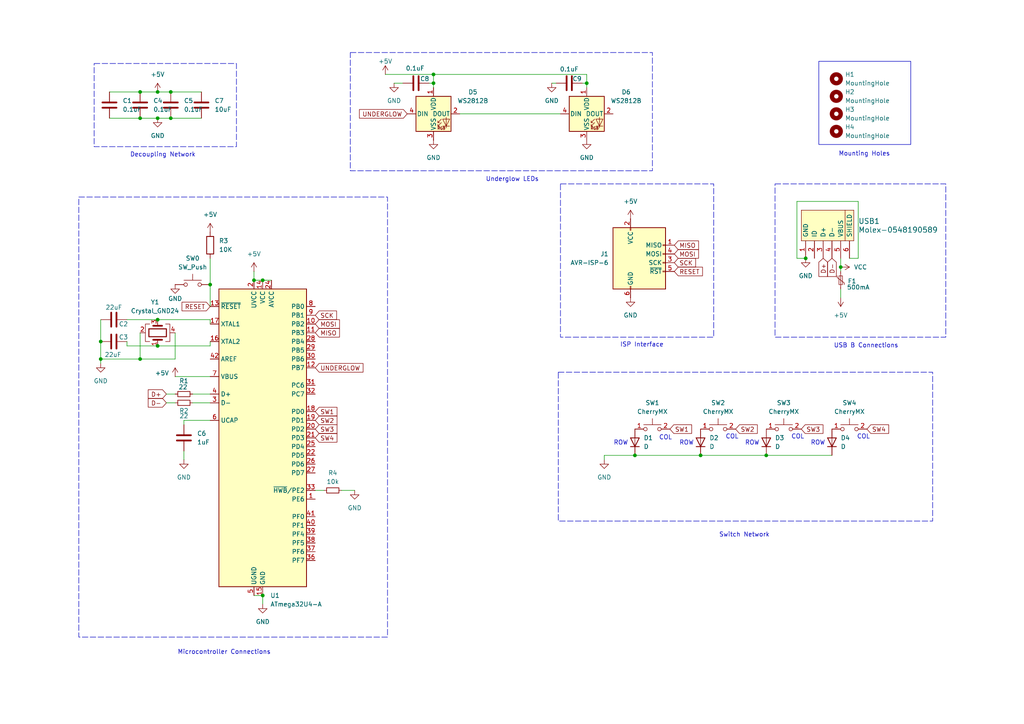
<source format=kicad_sch>
(kicad_sch (version 20231120) (generator "eeschema") (generator_version "8.0")
  (paper "A4")
  (lib_symbols
    (symbol "CherryMX:CherryMX" (pin_names (offset 0.254))
      (property "Reference" "SW" (at 2.54 3.175 0))
      (property "Value" "CherryMX" (at 0 -1.905 0))
      (symbol "CherryMX_1_1"
        (circle (center -2.032 0) (radius 0.508))
        (polyline (pts (xy 0 1.27) (xy 0 3.048)))
        (polyline (pts (xy 2.54 1.27) (xy -2.54 1.27)))
        (circle (center 2.032 0) (radius 0.508))
        (pin passive line (at -5.08 0 0) (length 2.54) (name "~") (number "1"))
        (pin passive line (at 5.08 0 180) (length 2.54) (name "~") (number "2"))
      )
    )
    (symbol "Connector:AVR-ISP-6" (pin_names (offset 1.016))
      (property "Reference" "J" (at -6.35 11.43 0))
      (property "Value" "AVR-ISP-6" (at 0 11.43 0))
      (symbol "AVR-ISP-6_0_1"
        (rectangle (start -2.667 -6.858) (end -2.413 -7.62))
        (rectangle (start -2.667 10.16) (end -2.413 9.398))
        (rectangle (start 7.62 -2.413) (end 6.858 -2.667))
        (rectangle (start 7.62 0.127) (end 6.858 -0.127))
        (rectangle (start 7.62 2.667) (end 6.858 2.413))
        (rectangle (start 7.62 5.207) (end 6.858 4.953))
        (rectangle (start 7.62 10.16) (end -7.62 -7.62) (stroke (width 0.254)) (fill (type background)))
      )
      (symbol "AVR-ISP-6_1_1"
        (pin passive line (at 10.16 5.08 180) (length 2.54) (name "MISO") (number "1"))
        (pin passive line (at -2.54 12.7 270) (length 2.54) (name "VCC") (number "2"))
        (pin passive line (at 10.16 0 180) (length 2.54) (name "SCK") (number "3"))
        (pin passive line (at 10.16 2.54 180) (length 2.54) (name "MOSI") (number "4"))
        (pin passive line (at 10.16 -2.54 180) (length 2.54) (name "~{RST}") (number "5"))
        (pin passive line (at -2.54 -10.16 90) (length 2.54) (name "GND") (number "6"))
      )
    )
    (symbol "Device:C" (pin_numbers hide) (pin_names (offset 0.254))
      (property "Reference" "C" (at 0.635 2.54 0))
      (property "Value" "C" (at 0.635 -2.54 0))
      (symbol "C_0_1"
        (polyline (pts (xy -2.032 -0.762) (xy 2.032 -0.762)) (stroke (width 0.508)))
        (polyline (pts (xy -2.032 0.762) (xy 2.032 0.762)) (stroke (width 0.508)))
      )
      (symbol "C_1_1"
        (pin passive line (at 0 3.81 270) (length 2.794) (name "~") (number "1"))
        (pin passive line (at 0 -3.81 90) (length 2.794) (name "~") (number "2"))
      )
    )
    (symbol "Device:Crystal_GND24" (pin_names (offset 1.016) hide)
      (property "Reference" "Y" (at 3.175 5.08 0))
      (property "Value" "Crystal_GND24" (at 3.175 3.175 0))
      (symbol "Crystal_GND24_0_1"
        (rectangle (start -1.143 2.54) (end 1.143 -2.54) (stroke (width 0.3048)))
        (polyline (pts (xy -2.54 0) (xy -2.032 0)))
        (polyline (pts (xy -2.032 -1.27) (xy -2.032 1.27)) (stroke (width 0.508)))
        (polyline (pts (xy 0 -3.81) (xy 0 -3.556)))
        (polyline (pts (xy 0 3.556) (xy 0 3.81)))
        (polyline (pts (xy 2.032 -1.27) (xy 2.032 1.27)) (stroke (width 0.508)))
        (polyline (pts (xy 2.032 0) (xy 2.54 0)))
        (polyline (pts (xy -2.54 -2.286) (xy -2.54 -3.556) (xy 2.54 -3.556) (xy 2.54 -2.286)))
        (polyline (pts (xy -2.54 2.286) (xy -2.54 3.556) (xy 2.54 3.556) (xy 2.54 2.286)))
      )
      (symbol "Crystal_GND24_1_1"
        (pin passive line (at -3.81 0 0) (length 1.27) (name "1") (number "1"))
        (pin passive line (at 0 5.08 270) (length 1.27) (name "2") (number "2"))
        (pin passive line (at 3.81 0 180) (length 1.27) (name "3") (number "3"))
        (pin passive line (at 0 -5.08 90) (length 1.27) (name "4") (number "4"))
      )
    )
    (symbol "Device:D" (pin_numbers hide) (pin_names (offset 1.016) hide)
      (property "Reference" "D" (at 0 2.54 0))
      (property "Value" "D" (at 0 -2.54 0))
      (symbol "D_0_1"
        (polyline (pts (xy -1.27 1.27) (xy -1.27 -1.27)) (stroke (width 0.254)))
        (polyline (pts (xy 1.27 0) (xy -1.27 0)))
        (polyline (pts (xy 1.27 1.27) (xy 1.27 -1.27) (xy -1.27 0) (xy 1.27 1.27)) (stroke (width 0.254)))
      )
      (symbol "D_1_1"
        (pin passive line (at -3.81 0 0) (length 2.54) (name "K") (number "1"))
        (pin passive line (at 3.81 0 180) (length 2.54) (name "A") (number "2"))
      )
    )
    (symbol "Device:Polyfuse_Small" (pin_numbers hide) (pin_names (offset 0))
      (property "Reference" "F" (at -1.905 0 90))
      (property "Value" "Polyfuse_Small" (at 1.905 0 90))
      (symbol "Polyfuse_Small_0_1"
        (rectangle (start -0.508 1.27) (end 0.508 -1.27))
        (polyline (pts (xy 0 2.54) (xy 0 -2.54)))
        (polyline (pts (xy -1.016 1.27) (xy -1.016 0.762) (xy 1.016 -0.762) (xy 1.016 -1.27)))
      )
      (symbol "Polyfuse_Small_1_1"
        (pin passive line (at 0 2.54 270) (length 0.635) (name "~") (number "1"))
        (pin passive line (at 0 -2.54 90) (length 0.635) (name "~") (number "2"))
      )
    )
    (symbol "Device:R" (pin_numbers hide) (pin_names (offset 0))
      (property "Reference" "R" (at 2.032 0 90))
      (property "Value" "R" (at 0 0 90))
      (symbol "R_0_1"
        (rectangle (start -1.016 -2.54) (end 1.016 2.54) (stroke (width 0.254)))
      )
      (symbol "R_1_1"
        (pin passive line (at 0 3.81 270) (length 1.27) (name "~") (number "1"))
        (pin passive line (at 0 -3.81 90) (length 1.27) (name "~") (number "2"))
      )
    )
    (symbol "Device:R_Small" (pin_numbers hide) (pin_names (offset 0.254) hide)
      (property "Reference" "R" (at 0.762 0.508 0))
      (property "Value" "R_Small" (at 0.762 -1.016 0))
      (symbol "R_Small_0_1"
        (rectangle (start -0.762 1.778) (end 0.762 -1.778) (stroke (width 0.2032)))
      )
      (symbol "R_Small_1_1"
        (pin passive line (at 0 2.54 270) (length 0.762) (name "~") (number "1"))
        (pin passive line (at 0 -2.54 90) (length 0.762) (name "~") (number "2"))
      )
    )
    (symbol "LED:WS2812B" (pin_names (offset 0.254))
      (property "Reference" "D" (at 5.08 5.715 0))
      (property "Value" "WS2812B" (at 1.27 -5.715 0))
      (symbol "WS2812B_0_0"
        (text "RGB" (at 2.286 -4.191 0) (effects (font (size 0.762 0.762))))
      )
      (symbol "WS2812B_0_1"
        (polyline (pts (xy 1.27 -3.556) (xy 1.778 -3.556)))
        (polyline (pts (xy 1.27 -2.54) (xy 1.778 -2.54)))
        (polyline (pts (xy 4.699 -3.556) (xy 2.667 -3.556)))
        (polyline (pts (xy 2.286 -2.54) (xy 1.27 -3.556) (xy 1.27 -3.048)))
        (polyline (pts (xy 2.286 -1.524) (xy 1.27 -2.54) (xy 1.27 -2.032)))
        (polyline (pts (xy 3.683 -1.016) (xy 3.683 -3.556) (xy 3.683 -4.064)))
        (polyline (pts (xy 4.699 -1.524) (xy 2.667 -1.524) (xy 3.683 -3.556) (xy 4.699 -1.524)))
        (rectangle (start 5.08 5.08) (end -5.08 -5.08) (stroke (width 0.254)) (fill (type background)))
      )
      (symbol "WS2812B_1_1"
        (pin power_in line (at 0 7.62 270) (length 2.54) (name "VDD") (number "1"))
        (pin output line (at 7.62 0 180) (length 2.54) (name "DOUT") (number "2"))
        (pin power_in line (at 0 -7.62 90) (length 2.54) (name "VSS") (number "3"))
        (pin input line (at -7.62 0 0) (length 2.54) (name "DIN") (number "4"))
      )
    )
    (symbol "MCU_Microchip_ATmega:ATmega32U4-A"
      (property "Reference" "U" (at -12.7 44.45 0))
      (property "Value" "ATmega32U4-A" (at 2.54 -44.45 0))
      (symbol "ATmega32U4-A_0_1"
        (rectangle (start -12.7 -43.18) (end 12.7 43.18) (stroke (width 0.254)) (fill (type background)))
      )
      (symbol "ATmega32U4-A_1_1"
        (pin bidirectional line (at 15.24 -17.78 180) (length 2.54) (name "PE6") (number "1"))
        (pin bidirectional line (at 15.24 33.02 180) (length 2.54) (name "PB2") (number "10"))
        (pin bidirectional line (at 15.24 30.48 180) (length 2.54) (name "PB3") (number "11"))
        (pin bidirectional line (at 15.24 20.32 180) (length 2.54) (name "PB7") (number "12"))
        (pin input line (at -15.24 38.1 0) (length 2.54) (name "~{RESET}") (number "13"))
        (pin power_in line (at 0 45.72 270) (length 2.54) (name "VCC") (number "14"))
        (pin power_in line (at 0 -45.72 90) (length 2.54) (name "GND") (number "15"))
        (pin output line (at -15.24 27.94 0) (length 2.54) (name "XTAL2") (number "16"))
        (pin input line (at -15.24 33.02 0) (length 2.54) (name "XTAL1") (number "17"))
        (pin bidirectional line (at 15.24 7.62 180) (length 2.54) (name "PD0") (number "18"))
        (pin bidirectional line (at 15.24 5.08 180) (length 2.54) (name "PD1") (number "19"))
        (pin power_in line (at -2.54 45.72 270) (length 2.54) (name "UVCC") (number "2"))
        (pin bidirectional line (at 15.24 2.54 180) (length 2.54) (name "PD2") (number "20"))
        (pin bidirectional line (at 15.24 0 180) (length 2.54) (name "PD3") (number "21"))
        (pin bidirectional line (at 15.24 -5.08 180) (length 2.54) (name "PD5") (number "22"))
        (pin passive line (at 0 -45.72 90) (length 2.54) hide (name "GND") (number "23"))
        (pin power_in line (at 2.54 45.72 270) (length 2.54) (name "AVCC") (number "24"))
        (pin bidirectional line (at 15.24 -2.54 180) (length 2.54) (name "PD4") (number "25"))
        (pin bidirectional line (at 15.24 -7.62 180) (length 2.54) (name "PD6") (number "26"))
        (pin bidirectional line (at 15.24 -10.16 180) (length 2.54) (name "PD7") (number "27"))
        (pin bidirectional line (at 15.24 27.94 180) (length 2.54) (name "PB4") (number "28"))
        (pin bidirectional line (at 15.24 25.4 180) (length 2.54) (name "PB5") (number "29"))
        (pin bidirectional line (at -15.24 10.16 0) (length 2.54) (name "D-") (number "3"))
        (pin bidirectional line (at 15.24 22.86 180) (length 2.54) (name "PB6") (number "30"))
        (pin bidirectional line (at 15.24 15.24 180) (length 2.54) (name "PC6") (number "31"))
        (pin bidirectional line (at 15.24 12.7 180) (length 2.54) (name "PC7") (number "32"))
        (pin bidirectional line (at 15.24 -15.24 180) (length 2.54) (name "~{HWB}/PE2") (number "33"))
        (pin passive line (at 0 45.72 270) (length 2.54) hide (name "VCC") (number "34"))
        (pin passive line (at 0 -45.72 90) (length 2.54) hide (name "GND") (number "35"))
        (pin bidirectional line (at 15.24 -35.56 180) (length 2.54) (name "PF7") (number "36"))
        (pin bidirectional line (at 15.24 -33.02 180) (length 2.54) (name "PF6") (number "37"))
        (pin bidirectional line (at 15.24 -30.48 180) (length 2.54) (name "PF5") (number "38"))
        (pin bidirectional line (at 15.24 -27.94 180) (length 2.54) (name "PF4") (number "39"))
        (pin bidirectional line (at -15.24 12.7 0) (length 2.54) (name "D+") (number "4"))
        (pin bidirectional line (at 15.24 -25.4 180) (length 2.54) (name "PF1") (number "40"))
        (pin bidirectional line (at 15.24 -22.86 180) (length 2.54) (name "PF0") (number "41"))
        (pin passive line (at -15.24 22.86 0) (length 2.54) (name "AREF") (number "42"))
        (pin passive line (at 0 -45.72 90) (length 2.54) hide (name "GND") (number "43"))
        (pin passive line (at 2.54 45.72 270) (length 2.54) hide (name "AVCC") (number "44"))
        (pin passive line (at -2.54 -45.72 90) (length 2.54) (name "UGND") (number "5"))
        (pin passive line (at -15.24 5.08 0) (length 2.54) (name "UCAP") (number "6"))
        (pin input line (at -15.24 17.78 0) (length 2.54) (name "VBUS") (number "7"))
        (pin bidirectional line (at 15.24 38.1 180) (length 2.54) (name "PB0") (number "8"))
        (pin bidirectional line (at 15.24 35.56 180) (length 2.54) (name "PB1") (number "9"))
      )
    )
    (symbol "Mechanical:MountingHole" (pin_names (offset 1.016)) (exclude_from_sim yes) (in_bom no)
      (property "Reference" "H" (at 0 5.08 0))
      (property "Value" "MountingHole" (at 0 3.175 0))
      (symbol "MountingHole_0_1"
        (circle (center 0 0) (radius 1.27) (stroke (width 1.27)))
      )
    )
    (symbol "Switch:SW_Push" (pin_numbers hide) (pin_names (offset 1.016) hide)
      (property "Reference" "SW" (at 1.27 2.54 0))
      (property "Value" "SW_Push" (at 0 -1.524 0))
      (symbol "SW_Push_0_1"
        (circle (center -2.032 0) (radius 0.508))
        (polyline (pts (xy 0 1.27) (xy 0 3.048)))
        (polyline (pts (xy 2.54 1.27) (xy -2.54 1.27)))
        (circle (center 2.032 0) (radius 0.508))
        (pin passive line (at -5.08 0 0) (length 2.54) (name "1") (number "1"))
        (pin passive line (at 5.08 0 180) (length 2.54) (name "2") (number "2"))
      )
    )
    (symbol "power:+5V" (power) (pin_numbers hide) (pin_names (offset 0) hide)
      (property "Value" "+5V" (at 0 3.556 0))
      (symbol "+5V_0_1"
        (polyline (pts (xy -0.762 1.27) (xy 0 2.54)))
        (polyline (pts (xy 0 0) (xy 0 2.54)))
        (polyline (pts (xy 0 2.54) (xy 0.762 1.27)))
      )
      (symbol "+5V_1_1"
        (pin power_in line (at 0 0 90) (length 0) (name "~") (number "1"))
      )
    )
    (symbol "power:GND" (power) (pin_numbers hide) (pin_names (offset 0) hide)
      (property "Value" "GND" (at 0 -3.81 0))
      (symbol "GND_0_1"
        (polyline (pts (xy 0 0) (xy 0 -1.27) (xy 1.27 -1.27) (xy 0 -2.54) (xy -1.27 -1.27) (xy 0 -1.27)))
      )
      (symbol "GND_1_1"
        (pin power_in line (at 0 0 270) (length 0) (name "~") (number "1"))
      )
    )
    (symbol "power:VCC" (power) (pin_numbers hide) (pin_names (offset 0) hide)
      (property "Value" "VCC" (at 0 3.556 0))
      (symbol "VCC_0_1"
        (polyline (pts (xy -0.762 1.27) (xy 0 2.54)))
        (polyline (pts (xy 0 0) (xy 0 2.54)))
        (polyline (pts (xy 0 2.54) (xy 0.762 1.27)))
      )
      (symbol "VCC_1_1"
        (pin power_in line (at 0 0 90) (length 0) (name "~") (number "1"))
      )
    )
    (symbol "random-keyboard-parts:Molex-0548190589" (pin_names (offset 1.016))
      (property "Reference" "USB" (at 0 7.62 0))
      (property "Value" "Molex-0548190589" (at 0 10.16 0))
      (symbol "Molex-0548190589_0_0"
        (polyline (pts (xy 6.35 -2.54) (xy 6.35 6.35)))
        (rectangle (start 8.89 -2.54) (end -6.35 6.35) (fill (type background)))
      )
      (symbol "Molex-0548190589_1_1"
        (pin input line (at -5.08 -7.62 90) (length 5.08) (name "GND") (number "1"))
        (pin input line (at -2.54 -7.62 90) (length 5.08) (name "ID") (number "2"))
        (pin input line (at 0 -7.62 90) (length 5.08) (name "D+") (number "3"))
        (pin input line (at 2.54 -7.62 90) (length 5.08) (name "D-") (number "4"))
        (pin input line (at 5.08 -7.62 90) (length 5.08) (name "VBUS") (number "5"))
        (pin input line (at 7.62 -7.62 90) (length 5.08) (name "SHIELD") (number "6"))
      )
    )
  )
  (junction (at 45.72 92.71))
  (junction (at 73.66 81.28))
  (junction (at 40.64 104.14))
  (junction (at 203.2 132.08))
  (junction (at 29.21 104.14))
  (junction (at 222.25 132.08))
  (junction (at 125.73 21.59))
  (junction (at 233.68 74.93))
  (junction (at 76.2 81.28))
  (junction (at 184.15 132.08))
  (junction (at 29.21 99.06))
  (junction (at 125.73 24.13))
  (junction (at 243.84 77.47))
  (junction (at 45.72 34.29))
  (junction (at 60.96 82.55))
  (junction (at 45.72 26.67))
  (junction (at 40.64 34.29))
  (junction (at 40.64 26.67))
  (junction (at 49.53 34.29))
  (junction (at 170.18 24.13))
  (junction (at 49.53 26.67))
  (junction (at 45.72 100.33))
  (junction (at 76.2 172.72))
  (wire (pts (xy 29.21 99.06) (xy 29.21 104.14)))
  (wire (pts (xy 36.83 100.33) (xy 36.83 99.06)))
  (wire (pts (xy 114.3 24.13) (xy 116.84 24.13)))
  (wire (pts (xy 243.84 74.93) (xy 243.84 77.47)))
  (wire (pts (xy 99.06 142.24) (xy 102.87 142.24)))
  (wire (pts (xy 60.96 74.93) (xy 60.96 82.55)))
  (wire (pts (xy 243.84 77.47) (xy 243.84 78.74)))
  (wire (pts (xy 222.25 132.08) (xy 241.3 132.08)))
  (wire (pts (xy 49.53 34.29) (xy 58.42 34.29)))
  (wire (pts (xy 60.96 92.71) (xy 60.96 93.98)))
  (wire (pts (xy 40.64 26.67) (xy 45.72 26.67)))
  (wire (pts (xy 29.21 92.71) (xy 29.21 99.06)))
  (wire (pts (xy 55.88 116.84) (xy 60.96 116.84)))
  (wire (pts (xy 53.34 130.81) (xy 53.34 133.35)))
  (wire (pts (xy 203.2 132.08) (xy 222.25 132.08)))
  (wire (pts (xy 248.92 58.42) (xy 231.14 58.42)))
  (wire (pts (xy 48.26 114.3) (xy 50.8 114.3)))
  (wire (pts (xy 45.72 34.29) (xy 49.53 34.29)))
  (wire (pts (xy 76.2 172.72) (xy 76.2 175.26)))
  (wire (pts (xy 246.38 74.93) (xy 248.92 74.93)))
  (wire (pts (xy 40.64 104.14) (xy 29.21 104.14)))
  (wire (pts (xy 48.26 116.84) (xy 50.8 116.84)))
  (wire (pts (xy 53.34 121.92) (xy 60.96 121.92)))
  (wire (pts (xy 170.18 24.13) (xy 170.18 25.4)))
  (wire (pts (xy 60.96 82.55) (xy 60.96 88.9)))
  (wire (pts (xy 231.14 74.93) (xy 233.68 74.93)))
  (wire (pts (xy 50.8 104.14) (xy 40.64 104.14)))
  (wire (pts (xy 31.75 34.29) (xy 40.64 34.29)))
  (wire (pts (xy 133.35 33.02) (xy 162.56 33.02)))
  (wire (pts (xy 31.75 26.67) (xy 40.64 26.67)))
  (wire (pts (xy 243.84 83.82) (xy 243.84 86.36)))
  (wire (pts (xy 45.72 100.33) (xy 36.83 100.33)))
  (wire (pts (xy 231.14 58.42) (xy 231.14 74.93)))
  (wire (pts (xy 175.26 132.08) (xy 184.15 132.08)))
  (wire (pts (xy 45.72 92.71) (xy 60.96 92.71)))
  (wire (pts (xy 50.8 96.52) (xy 50.8 104.14)))
  (wire (pts (xy 170.18 21.59) (xy 170.18 24.13)))
  (wire (pts (xy 53.34 121.92) (xy 53.34 123.19)))
  (wire (pts (xy 40.64 34.29) (xy 45.72 34.29)))
  (wire (pts (xy 125.73 24.13) (xy 125.73 25.4)))
  (wire (pts (xy 160.02 24.13) (xy 161.29 24.13)))
  (wire (pts (xy 125.73 21.59) (xy 170.18 21.59)))
  (wire (pts (xy 45.72 100.33) (xy 60.96 100.33)))
  (wire (pts (xy 125.73 21.59) (xy 125.73 24.13)))
  (wire (pts (xy 124.46 24.13) (xy 125.73 24.13)))
  (wire (pts (xy 60.96 100.33) (xy 60.96 99.06)))
  (wire (pts (xy 45.72 26.67) (xy 49.53 26.67)))
  (wire (pts (xy 55.88 114.3) (xy 60.96 114.3)))
  (wire (pts (xy 73.66 81.28) (xy 76.2 81.28)))
  (wire (pts (xy 184.15 132.08) (xy 203.2 132.08)))
  (wire (pts (xy 40.64 96.52) (xy 40.64 104.14)))
  (wire (pts (xy 168.91 24.13) (xy 170.18 24.13)))
  (wire (pts (xy 60.96 109.22) (xy 50.8 109.22)))
  (wire (pts (xy 248.92 74.93) (xy 248.92 58.42)))
  (wire (pts (xy 73.66 78.74) (xy 73.66 81.28)))
  (wire (pts (xy 111.76 21.59) (xy 125.73 21.59)))
  (wire (pts (xy 76.2 81.28) (xy 78.74 81.28)))
  (wire (pts (xy 29.21 104.14) (xy 29.21 105.41)))
  (wire (pts (xy 73.66 172.72) (xy 76.2 172.72)))
  (wire (pts (xy 49.53 26.67) (xy 58.42 26.67)))
  (wire (pts (xy 91.44 142.24) (xy 93.98 142.24)))
  (wire (pts (xy 175.26 133.35) (xy 175.26 132.08)))
  (wire (pts (xy 36.83 92.71) (xy 45.72 92.71)))
  (rectangle (start 101.6 15.24) (end 189.23 49.53) (stroke (width 0) (type dash)))
  (rectangle (start 161.925 107.95) (end 270.51 151.13) (stroke (width 0) (type dash)))
  (rectangle (start 224.79 53.34) (end 274.32 97.79) (stroke (width 0) (type dash)))
  (rectangle (start 22.86 57.15) (end 112.395 184.785) (stroke (width 0) (type dash)))
  (rectangle (start 27.305 18.415) (end 68.58 42.545) (stroke (width 0) (type dash)))
  (rectangle (start 162.56 53.34) (end 207.01 97.79) (stroke (width 0) (type dash)))
  (rectangle (start 237.49 17.78) (end 264.16 41.91))
  (text "ROW" (at 180.086 128.524 0) (effects (font (size 1.27 1.27))))
  (text "Switch Network\n" (at 215.9 155.194 0) (effects (font (size 1.27 1.27))))
  (text "USB B Connections" (at 251.206 100.33 0) (effects (font (size 1.27 1.27))))
  (text "Microcontroller Connections" (at 65.024 189.23 0) (effects (font (size 1.27 1.27))))
  (text "ROW" (at 199.136 128.524 0) (effects (font (size 1.27 1.27))))
  (text "ISP Interface" (at 186.182 100.076 0) (effects (font (size 1.27 1.27))))
  (text "COL" (at 231.394 126.746 0) (effects (font (size 1.27 1.27))))
  (text "ROW" (at 237.236 128.524 0) (effects (font (size 1.27 1.27))))
  (text "COL" (at 193.04 127 0) (effects (font (size 1.27 1.27))))
  (text "COL" (at 250.444 126.746 0) (effects (font (size 1.27 1.27))))
  (text "ROW" (at 218.186 128.524 0) (effects (font (size 1.27 1.27))))
  (text "Underglow LEDs" (at 148.59 52.07 0) (effects (font (size 1.27 1.27))))
  (text "Mounting Holes" (at 250.698 44.704 0) (effects (font (size 1.27 1.27))))
  (text "Decoupling Network" (at 47.244 44.958 0) (effects (font (size 1.27 1.27))))
  (text "COL" (at 212.344 126.746 0) (effects (font (size 1.27 1.27))))
  (global_label "MISO" (shape input) (at 195.58 71.12 0) (property "Intersheetrefs" "${INTERSHEET_REFS}" (effects (hide yes))))
  (global_label "UNDERGLOW" (shape input) (at 91.44 106.68 0) (property "Intersheetrefs" "${INTERSHEET_REFS}" (effects (hide yes))))
  (global_label "MOSI" (shape input) (at 91.44 93.98 0) (property "Intersheetrefs" "${INTERSHEET_REFS}" (effects (hide yes))))
  (global_label "UNDERGLOW" (shape input) (at 118.11 33.02 180) (property "Intersheetrefs" "${INTERSHEET_REFS}" (effects (hide yes))))
  (global_label "RESET" (shape input) (at 195.58 78.74 0) (property "Intersheetrefs" "${INTERSHEET_REFS}" (effects (hide yes))))
  (global_label "D+" (shape input) (at 48.26 114.3 180) (property "Intersheetrefs" "${INTERSHEET_REFS}" (effects (hide yes))))
  (global_label "SW4" (shape input) (at 91.44 127 0) (property "Intersheetrefs" "${INTERSHEET_REFS}" (effects (hide yes))))
  (global_label "SW2" (shape input) (at 213.36 124.46 0) (property "Intersheetrefs" "${INTERSHEET_REFS}" (effects (hide yes))))
  (global_label "SCK" (shape input) (at 195.58 76.2 0) (property "Intersheetrefs" "${INTERSHEET_REFS}" (effects (hide yes))))
  (global_label "SCK" (shape input) (at 91.44 91.44 0) (property "Intersheetrefs" "${INTERSHEET_REFS}" (effects (hide yes))))
  (global_label "SW3" (shape input) (at 91.44 124.46 0) (property "Intersheetrefs" "${INTERSHEET_REFS}" (effects (hide yes))))
  (global_label "RESET" (shape input) (at 60.96 88.9 180) (property "Intersheetrefs" "${INTERSHEET_REFS}" (effects (hide yes))))
  (global_label "D-" (shape input) (at 241.3 74.93 270) (property "Intersheetrefs" "${INTERSHEET_REFS}" (effects (hide yes))))
  (global_label "SW1" (shape input) (at 91.44 119.38 0) (property "Intersheetrefs" "${INTERSHEET_REFS}" (effects (hide yes))))
  (global_label "D-" (shape input) (at 48.26 116.84 180) (property "Intersheetrefs" "${INTERSHEET_REFS}" (effects (hide yes))))
  (global_label "MOSI" (shape input) (at 195.58 73.66 0) (property "Intersheetrefs" "${INTERSHEET_REFS}" (effects (hide yes))))
  (global_label "MISO" (shape input) (at 91.44 96.52 0) (property "Intersheetrefs" "${INTERSHEET_REFS}" (effects (hide yes))))
  (global_label "D+" (shape input) (at 238.76 74.93 270) (property "Intersheetrefs" "${INTERSHEET_REFS}" (effects (hide yes))))
  (global_label "SW3" (shape input) (at 232.41 124.46 0) (property "Intersheetrefs" "${INTERSHEET_REFS}" (effects (hide yes))))
  (global_label "SW1" (shape input) (at 194.31 124.46 0) (property "Intersheetrefs" "${INTERSHEET_REFS}" (effects (hide yes))))
  (global_label "SW4" (shape input) (at 251.46 124.46 0) (property "Intersheetrefs" "${INTERSHEET_REFS}" (effects (hide yes))))
  (global_label "SW2" (shape input) (at 91.44 121.92 0) (property "Intersheetrefs" "${INTERSHEET_REFS}" (effects (hide yes))))
  (symbol (lib_id "power:+5V") (at 73.66 78.74 0) (unit 1)
    (property "Reference" "#PWR08" (effects (hide yes)))
    (property "Value" "+5V" (at 73.66 73.66 0))
    (property "Description" "Power symbol creates a global label with name \"+5V\"" (effects (hide yes)))
  )
  (symbol (lib_id "power:GND") (at 29.21 105.41 0) (unit 1)
    (property "Reference" "#PWR01" (effects (hide yes)))
    (property "Value" "GND" (at 29.21 110.49 0))
    (property "Description" "Power symbol creates a global label with name \"GND\" , ground" (effects (hide yes)))
  )
  (symbol (lib_id "Device:C") (at 165.1 24.13 270) (unit 1)
    (property "Reference" "C9" (at 167.386 22.86 90))
    (property "Value" "0.1uF" (at 165.1 20.066 90))
    (property "Footprint" "Capacitor_SMD:C_0805_2012Metric" (effects (hide yes)))
    (property "Description" "Unpolarized capacitor" (effects (hide yes)))
  )
  (symbol (lib_id "power:+5V") (at 111.76 21.59 0) (unit 1)
    (property "Reference" "#PWR019" (effects (hide yes)))
    (property "Value" "+5V" (at 111.76 17.78 0))
    (property "Description" "Power symbol creates a global label with name \"+5V\"" (effects (hide yes)))
  )
  (symbol (lib_id "LED:WS2812B") (at 125.73 33.02 0) (unit 1)
    (property "Reference" "D5" (at 137.16 26.7014 0))
    (property "Value" "WS2812B" (at 137.16 29.2414 0))
    (property "Footprint" "LED_SMD:LED_WS2812B_PLCC4_5.0x5.0mm_P3.2mm" (effects (hide yes)))
    (property "Datasheet" "https://cdn-shop.adafruit.com/datasheets/WS2812B.pdf" (effects (hide yes)))
    (property "Description" "RGB LED with integrated controller" (effects (hide yes)))
  )
  (symbol (lib_id "Device:C") (at 53.34 127 0) (unit 1)
    (property "Reference" "C6" (at 57.15 125.7299 0) (effects (justify left)))
    (property "Value" "1uF" (at 57.15 128.2699 0) (effects (justify left)))
    (property "Footprint" "Capacitor_SMD:C_0805_2012Metric" (effects (hide yes)))
    (property "Description" "Unpolarized capacitor" (effects (hide yes)))
  )
  (symbol (lib_id "CherryMX:CherryMX") (at 227.33 124.46 0) (unit 1)
    (property "Reference" "SW3" (at 227.33 116.84 0))
    (property "Value" "CherryMX" (at 227.33 119.38 0))
    (property "Footprint" "Button_Switch_Keyboard:SW_Cherry_MX_1.00u_PCB" (effects (hide yes)))
  )
  (symbol (lib_id "power:+5V") (at 45.72 26.67 0) (unit 1)
    (property "Reference" "#PWR02" (effects (hide yes)))
    (property "Value" "+5V" (at 45.72 21.59 0))
    (property "Description" "Power symbol creates a global label with name \"+5V\"" (effects (hide yes)))
  )
  (symbol (lib_id "power:GND") (at 53.34 133.35 0) (unit 1)
    (property "Reference" "#PWR06" (effects (hide yes)))
    (property "Value" "GND" (at 53.34 138.43 0))
    (property "Description" "Power symbol creates a global label with name \"GND\" , ground" (effects (hide yes)))
  )
  (symbol (lib_id "Device:D") (at 184.15 128.27 90) (unit 1)
    (property "Reference" "D1" (at 186.69 126.9999 90) (effects (justify right)))
    (property "Value" "D" (at 186.69 129.5399 90) (effects (justify right)))
    (property "Footprint" "Diode_SMD:D_0805_2012Metric_Pad1.15x1.40mm_HandSolder" (effects (hide yes)))
    (property "Description" "Diode" (effects (hide yes)))
    (property "Sim.Device" "D" (effects (hide yes)))
    (property "Sim.Pins" "1=K 2=A" (effects (hide yes)))
  )
  (symbol (lib_id "power:GND") (at 160.02 24.13 0) (unit 1)
    (property "Reference" "#PWR021" (effects (hide yes)))
    (property "Value" "GND" (at 160.02 29.21 0))
    (property "Description" "Power symbol creates a global label with name \"GND\" , ground" (effects (hide yes)))
  )
  (symbol (lib_id "Device:Polyfuse_Small") (at 243.84 81.28 0) (unit 1)
    (property "Reference" "F1" (at 245.872 81.534 0) (effects (justify left)))
    (property "Value" "500mA" (at 245.618 83.312 0) (effects (justify left)))
    (property "Footprint" "Fuse:Fuse_1206_3216Metric_Pad1.42x1.75mm_HandSolder" (effects (hide yes)))
    (property "Description" "Resettable fuse, polymeric positive temperature coefficient, small symbol" (effects (hide yes)))
  )
  (symbol (lib_id "power:GND") (at 50.8 82.55 0) (unit 1)
    (property "Reference" "#PWR04" (effects (hide yes)))
    (property "Value" "GND" (at 50.8 86.614 0))
    (property "Description" "Power symbol creates a global label with name \"GND\" , ground" (effects (hide yes)))
  )
  (symbol (lib_id "Device:R_Small") (at 96.52 142.24 90) (unit 1)
    (property "Reference" "R4" (at 96.52 137.16 90))
    (property "Value" "10k" (at 96.52 139.7 90))
    (property "Footprint" "Resistor_SMD:R_0805_2012Metric_Pad1.20x1.40mm_HandSolder" (effects (hide yes)))
    (property "Description" "Resistor, small symbol" (effects (hide yes)))
  )
  (symbol (lib_id "Device:C") (at 33.02 92.71 90) (unit 1)
    (property "Reference" "C2" (at 35.814 93.98 90))
    (property "Value" "22uF" (at 33.02 89.154 90))
    (property "Footprint" "Capacitor_SMD:C_0805_2012Metric" (effects (hide yes)))
    (property "Description" "Unpolarized capacitor" (effects (hide yes)))
  )
  (symbol (lib_id "MCU_Microchip_ATmega:ATmega32U4-A") (at 76.2 127 0) (unit 1)
    (property "Reference" "U1" (at 78.3941 172.72 0) (effects (justify left)))
    (property "Value" "ATmega32U4-A" (at 78.3941 175.26 0) (effects (justify left)))
    (property "Footprint" "Package_QFP:TQFP-44_10x10mm_P0.8mm" (effects (hide yes)))
    (property "Datasheet" "http://ww1.microchip.com/downloads/en/DeviceDoc/Atmel-7766-8-bit-AVR-ATmega16U4-32U4_Datasheet.pdf" (effects (hide yes)))
    (property "Description" "16MHz, 32kB Flash, 2.5kB SRAM, 1kB EEPROM, USB 2.0, TQFP-44" (effects (hide yes)))
  )
  (symbol (lib_id "power:+5V") (at 243.84 86.36 180) (unit 1)
    (property "Reference" "#PWR013" (effects (hide yes)))
    (property "Value" "+5V" (at 243.84 91.44 0))
    (property "Description" "Power symbol creates a global label with name \"+5V\"" (effects (hide yes)))
  )
  (symbol (lib_id "Mechanical:MountingHole") (at 242.57 33.02 0) (unit 1) (exclude_from_sim yes) (in_bom no)
    (property "Reference" "H3" (at 245.11 31.7499 0) (effects (justify left)))
    (property "Value" "MountingHole" (at 245.11 34.2899 0) (effects (justify left)))
    (property "Footprint" "MountingHole:MountingHole_2.1mm" (effects (hide yes)))
    (property "Description" "Mounting Hole without connection" (effects (hide yes)))
  )
  (symbol (lib_id "Device:R") (at 60.96 71.12 0) (unit 1)
    (property "Reference" "R3" (at 63.5 69.8499 0) (effects (justify left)))
    (property "Value" "10K" (at 63.5 72.3899 0) (effects (justify left)))
    (property "Footprint" "Resistor_SMD:R_0805_2012Metric_Pad1.20x1.40mm_HandSolder" (effects (hide yes)))
    (property "Description" "Resistor" (effects (hide yes)))
  )
  (symbol (lib_id "Device:R_Small") (at 53.34 114.3 90) (unit 1)
    (property "Reference" "R1" (at 53.34 110.49 90))
    (property "Value" "22" (at 53.086 112.268 90))
    (property "Footprint" "Resistor_SMD:R_0805_2012Metric_Pad1.20x1.40mm_HandSolder" (effects (hide yes)))
    (property "Description" "Resistor, small symbol" (effects (hide yes)))
  )
  (symbol (lib_id "power:GND") (at 233.68 74.93 0) (unit 1)
    (property "Reference" "#PWR011" (effects (hide yes)))
    (property "Value" "GND" (at 233.68 80.01 0))
    (property "Description" "Power symbol creates a global label with name \"GND\" , ground" (effects (hide yes)))
  )
  (symbol (lib_id "Device:R_Small") (at 53.34 116.84 90) (unit 1)
    (property "Reference" "R2" (at 53.34 119.126 90))
    (property "Value" "22" (at 53.34 120.65 90))
    (property "Footprint" "Resistor_SMD:R_0805_2012Metric_Pad1.20x1.40mm_HandSolder" (effects (hide yes)))
    (property "Description" "Resistor, small symbol" (effects (hide yes)))
  )
  (symbol (lib_id "power:+5V") (at 60.96 67.31 0) (unit 1)
    (property "Reference" "#PWR07" (effects (hide yes)))
    (property "Value" "+5V" (at 60.96 62.23 0))
    (property "Description" "Power symbol creates a global label with name \"+5V\"" (effects (hide yes)))
  )
  (symbol (lib_id "Device:C") (at 58.42 30.48 0) (unit 1)
    (property "Reference" "C7" (at 62.23 29.2099 0) (effects (justify left)))
    (property "Value" "10uF" (at 62.23 31.7499 0) (effects (justify left)))
    (property "Footprint" "Capacitor_SMD:C_0805_2012Metric" (effects (hide yes)))
    (property "Description" "Unpolarized capacitor" (effects (hide yes)))
  )
  (symbol (lib_id "power:GND") (at 102.87 142.24 0) (unit 1)
    (property "Reference" "#PWR010" (effects (hide yes)))
    (property "Value" "GND" (at 102.87 147.32 0))
    (property "Description" "Power symbol creates a global label with name \"GND\" , ground" (effects (hide yes)))
  )
  (symbol (lib_id "CherryMX:CherryMX") (at 246.38 124.46 0) (unit 1)
    (property "Reference" "SW4" (at 246.38 116.84 0))
    (property "Value" "CherryMX" (at 246.38 119.38 0))
    (property "Footprint" "Button_Switch_Keyboard:SW_Cherry_MX_1.00u_PCB" (effects (hide yes)))
  )
  (symbol (lib_id "CherryMX:CherryMX") (at 189.23 124.46 0) (unit 1)
    (property "Reference" "SW1" (at 189.23 116.84 0))
    (property "Value" "CherryMX" (at 189.23 119.38 0))
    (property "Footprint" "Button_Switch_Keyboard:SW_Cherry_MX_1.00u_PCB" (effects (hide yes)))
  )
  (symbol (lib_id "random-keyboard-parts:Molex-0548190589") (at 238.76 67.31 0) (unit 1)
    (property "Reference" "USB1" (at 248.92 64.1349 0) (effects (font (size 1.524 1.524)) (justify left)))
    (property "Value" "Molex-0548190589" (at 248.92 66.6749 0) (effects (font (size 1.524 1.524)) (justify left)))
    (property "Footprint" "Connector_USB:USB_Mini-B_Lumberg_2486_01_Horizontal" (effects (hide yes)))
  )
  (symbol (lib_id "power:+5V") (at 50.8 109.22 0) (unit 1)
    (property "Reference" "#PWR05" (effects (hide yes)))
    (property "Value" "+5V" (at 46.99 108.204 0))
    (property "Description" "Power symbol creates a global label with name \"+5V\"" (effects (hide yes)))
  )
  (symbol (lib_id "Device:C") (at 31.75 30.48 0) (unit 1)
    (property "Reference" "C1" (at 35.56 29.2099 0) (effects (justify left)))
    (property "Value" "0.1uF" (at 35.56 31.7499 0) (effects (justify left)))
    (property "Footprint" "Capacitor_SMD:C_0805_2012Metric" (effects (hide yes)))
    (property "Description" "Unpolarized capacitor" (effects (hide yes)))
  )
  (symbol (lib_id "Mechanical:MountingHole") (at 242.57 38.1 0) (unit 1) (exclude_from_sim yes) (in_bom no)
    (property "Reference" "H4" (at 245.11 36.8299 0) (effects (justify left)))
    (property "Value" "MountingHole" (at 245.11 39.3699 0) (effects (justify left)))
    (property "Footprint" "MountingHole:MountingHole_2.1mm" (effects (hide yes)))
    (property "Description" "Mounting Hole without connection" (effects (hide yes)))
  )
  (symbol (lib_id "power:+5V") (at 182.88 63.5 0) (unit 1)
    (property "Reference" "#PWR014" (effects (hide yes)))
    (property "Value" "+5V" (at 182.88 58.42 0))
    (property "Description" "Power symbol creates a global label with name \"+5V\"" (effects (hide yes)))
  )
  (symbol (lib_id "CherryMX:CherryMX") (at 208.28 124.46 0) (unit 1)
    (property "Reference" "SW2" (at 208.28 116.84 0))
    (property "Value" "CherryMX" (at 208.28 119.38 0))
    (property "Footprint" "Button_Switch_Keyboard:SW_Cherry_MX_1.00u_PCB" (effects (hide yes)))
  )
  (symbol (lib_id "Device:Crystal_GND24") (at 45.72 96.52 90) (unit 1)
    (property "Reference" "Y1" (at 44.958 87.63 90))
    (property "Value" "Crystal_GND24" (at 44.958 90.17 90))
    (property "Footprint" "Crystal:Crystal_SMD_3225-4Pin_3.2x2.5mm_HandSoldering" (effects (hide yes)))
    (property "Description" "Four pin crystal, GND on pins 2 and 4" (effects (hide yes)))
  )
  (symbol (lib_id "power:GND") (at 76.2 175.26 0) (unit 1)
    (property "Reference" "#PWR09" (effects (hide yes)))
    (property "Value" "GND" (at 76.2 180.34 0))
    (property "Description" "Power symbol creates a global label with name \"GND\" , ground" (effects (hide yes)))
  )
  (symbol (lib_id "Device:D") (at 241.3 128.27 90) (unit 1)
    (property "Reference" "D4" (at 243.84 126.9999 90) (effects (justify right)))
    (property "Value" "D" (at 243.84 129.5399 90) (effects (justify right)))
    (property "Footprint" "Diode_SMD:D_0805_2012Metric_Pad1.15x1.40mm_HandSolder" (effects (hide yes)))
    (property "Description" "Diode" (effects (hide yes)))
    (property "Sim.Device" "D" (effects (hide yes)))
    (property "Sim.Pins" "1=K 2=A" (effects (hide yes)))
  )
  (symbol (lib_id "Mechanical:MountingHole") (at 242.57 22.86 0) (unit 1) (exclude_from_sim yes) (in_bom no)
    (property "Reference" "H1" (at 245.11 21.5899 0) (effects (justify left)))
    (property "Value" "MountingHole" (at 245.11 24.1299 0) (effects (justify left)))
    (property "Footprint" "MountingHole:MountingHole_2.1mm" (effects (hide yes)))
    (property "Description" "Mounting Hole without connection" (effects (hide yes)))
  )
  (symbol (lib_id "power:GND") (at 45.72 34.29 0) (unit 1)
    (property "Reference" "#PWR03" (effects (hide yes)))
    (property "Value" "GND" (at 45.72 39.37 0))
    (property "Description" "Power symbol creates a global label with name \"GND\" , ground" (effects (hide yes)))
  )
  (symbol (lib_id "power:GND") (at 114.3 24.13 0) (unit 1)
    (property "Reference" "#PWR020" (effects (hide yes)))
    (property "Value" "GND" (at 114.3 29.21 0))
    (property "Description" "Power symbol creates a global label with name \"GND\" , ground" (effects (hide yes)))
  )
  (symbol (lib_id "Device:D") (at 203.2 128.27 90) (unit 1)
    (property "Reference" "D2" (at 205.74 126.9999 90) (effects (justify right)))
    (property "Value" "D" (at 205.74 129.5399 90) (effects (justify right)))
    (property "Footprint" "Diode_SMD:D_0805_2012Metric_Pad1.15x1.40mm_HandSolder" (effects (hide yes)))
    (property "Description" "Diode" (effects (hide yes)))
    (property "Sim.Device" "D" (effects (hide yes)))
    (property "Sim.Pins" "1=K 2=A" (effects (hide yes)))
  )
  (symbol (lib_id "Device:D") (at 222.25 128.27 90) (unit 1)
    (property "Reference" "D3" (at 224.79 126.9999 90) (effects (justify right)))
    (property "Value" "D" (at 224.79 129.5399 90) (effects (justify right)))
    (property "Footprint" "Diode_SMD:D_0805_2012Metric_Pad1.15x1.40mm_HandSolder" (effects (hide yes)))
    (property "Description" "Diode" (effects (hide yes)))
    (property "Sim.Device" "D" (effects (hide yes)))
    (property "Sim.Pins" "1=K 2=A" (effects (hide yes)))
  )
  (symbol (lib_id "Device:C") (at 40.64 30.48 0) (unit 1)
    (property "Reference" "C4" (at 44.45 29.2099 0) (effects (justify left)))
    (property "Value" "0.1uF" (at 44.45 31.7499 0) (effects (justify left)))
    (property "Footprint" "Capacitor_SMD:C_0805_2012Metric" (effects (hide yes)))
    (property "Description" "Unpolarized capacitor" (effects (hide yes)))
  )
  (symbol (lib_id "power:GND") (at 170.18 40.64 0) (unit 1)
    (property "Reference" "#PWR018" (effects (hide yes)))
    (property "Value" "GND" (at 170.18 45.72 0))
    (property "Description" "Power symbol creates a global label with name \"GND\" , ground" (effects (hide yes)))
  )
  (symbol (lib_id "power:GND") (at 125.73 40.64 0) (unit 1)
    (property "Reference" "#PWR017" (effects (hide yes)))
    (property "Value" "GND" (at 125.73 45.72 0))
    (property "Description" "Power symbol creates a global label with name \"GND\" , ground" (effects (hide yes)))
  )
  (symbol (lib_id "Device:C") (at 33.02 99.06 90) (unit 1)
    (property "Reference" "C3" (at 35.814 97.79 90))
    (property "Value" "22uF" (at 32.766 102.87 90))
    (property "Footprint" "Capacitor_SMD:C_0805_2012Metric" (effects (hide yes)))
    (property "Description" "Unpolarized capacitor" (effects (hide yes)))
  )
  (symbol (lib_id "Mechanical:MountingHole") (at 242.57 27.94 0) (unit 1) (exclude_from_sim yes) (in_bom no)
    (property "Reference" "H2" (at 245.11 26.6699 0) (effects (justify left)))
    (property "Value" "MountingHole" (at 245.11 29.2099 0) (effects (justify left)))
    (property "Footprint" "MountingHole:MountingHole_2.1mm" (effects (hide yes)))
    (property "Description" "Mounting Hole without connection" (effects (hide yes)))
  )
  (symbol (lib_id "power:GND") (at 182.88 86.36 0) (unit 1)
    (property "Reference" "#PWR015" (effects (hide yes)))
    (property "Value" "GND" (at 182.88 91.44 0))
    (property "Description" "Power symbol creates a global label with name \"GND\" , ground" (effects (hide yes)))
  )
  (symbol (lib_id "Switch:SW_Push") (at 55.88 82.55 0) (unit 1)
    (property "Reference" "SW0" (at 55.88 74.93 0))
    (property "Value" "SW_Push" (at 55.88 77.47 0))
    (property "Footprint" "Button_Switch_SMD:SW_SPST_SKQG_WithStem" (effects (hide yes)))
    (property "Description" "Push button switch, generic, two pins" (effects (hide yes)))
  )
  (symbol (lib_id "power:VCC") (at 243.84 77.47 270) (unit 1)
    (property "Reference" "#PWR012" (effects (hide yes)))
    (property "Value" "VCC" (at 247.65 77.4699 90) (effects (justify left)))
    (property "Description" "Power symbol creates a global label with name \"VCC\"" (effects (hide yes)))
  )
  (symbol (lib_id "LED:WS2812B") (at 170.18 33.02 0) (unit 1)
    (property "Reference" "D6" (at 181.61 26.7014 0))
    (property "Value" "WS2812B" (at 181.61 29.2414 0))
    (property "Footprint" "LED_SMD:LED_WS2812B_PLCC4_5.0x5.0mm_P3.2mm" (effects (hide yes)))
    (property "Datasheet" "https://cdn-shop.adafruit.com/datasheets/WS2812B.pdf" (effects (hide yes)))
    (property "Description" "RGB LED with integrated controller" (effects (hide yes)))
  )
  (symbol (lib_id "Device:C") (at 120.65 24.13 90) (unit 1)
    (property "Reference" "C8" (at 123.19 22.86 90))
    (property "Value" "0.1uF" (at 120.396 19.812 90))
    (property "Footprint" "Capacitor_SMD:C_0805_2012Metric" (effects (hide yes)))
    (property "Description" "Unpolarized capacitor" (effects (hide yes)))
  )
  (symbol (lib_id "power:GND") (at 175.26 133.35 0) (unit 1)
    (property "Reference" "#PWR016" (effects (hide yes)))
    (property "Value" "GND" (at 175.26 138.43 0))
    (property "Description" "Power symbol creates a global label with name \"GND\" , ground" (effects (hide yes)))
  )
  (symbol (lib_id "Connector:AVR-ISP-6") (at 185.42 76.2 0) (unit 1)
    (property "Reference" "J1" (at 176.53 73.6599 0) (effects (justify right)))
    (property "Value" "AVR-ISP-6" (at 176.53 76.1999 0) (effects (justify right)))
    (property "Footprint" "Connector_PinHeader_1.00mm:PinHeader_2x03_P1.00mm_Vertical" (effects (hide yes)))
    (property "Description" "Atmel 6-pin ISP connector" (effects (hide yes)))
  )
  (symbol (lib_id "Device:C") (at 49.53 30.48 0) (unit 1)
    (property "Reference" "C5" (at 53.34 29.2099 0) (effects (justify left)))
    (property "Value" "0.1uF" (at 53.34 31.7499 0) (effects (justify left)))
    (property "Footprint" "Capacitor_SMD:C_0805_2012Metric" (effects (hide yes)))
    (property "Description" "Unpolarized capacitor" (effects (hide yes)))
  )
)
</source>
